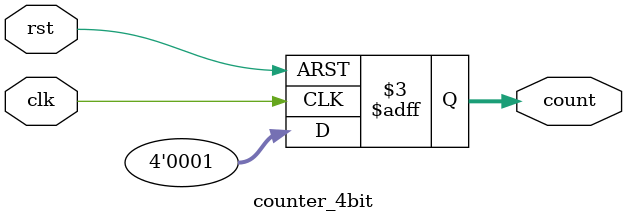
<source format=v>
`timescale 1ns / 1ps


module counter_4bit(clk,rst,count);
input clk,rst;
output reg [3:0] count;

always@(posedge rst or posedge clk)
    begin
    count=4'b0;
        if(rst)
            count<=0;
        else
            count<=count+1;
    end
endmodule

</source>
